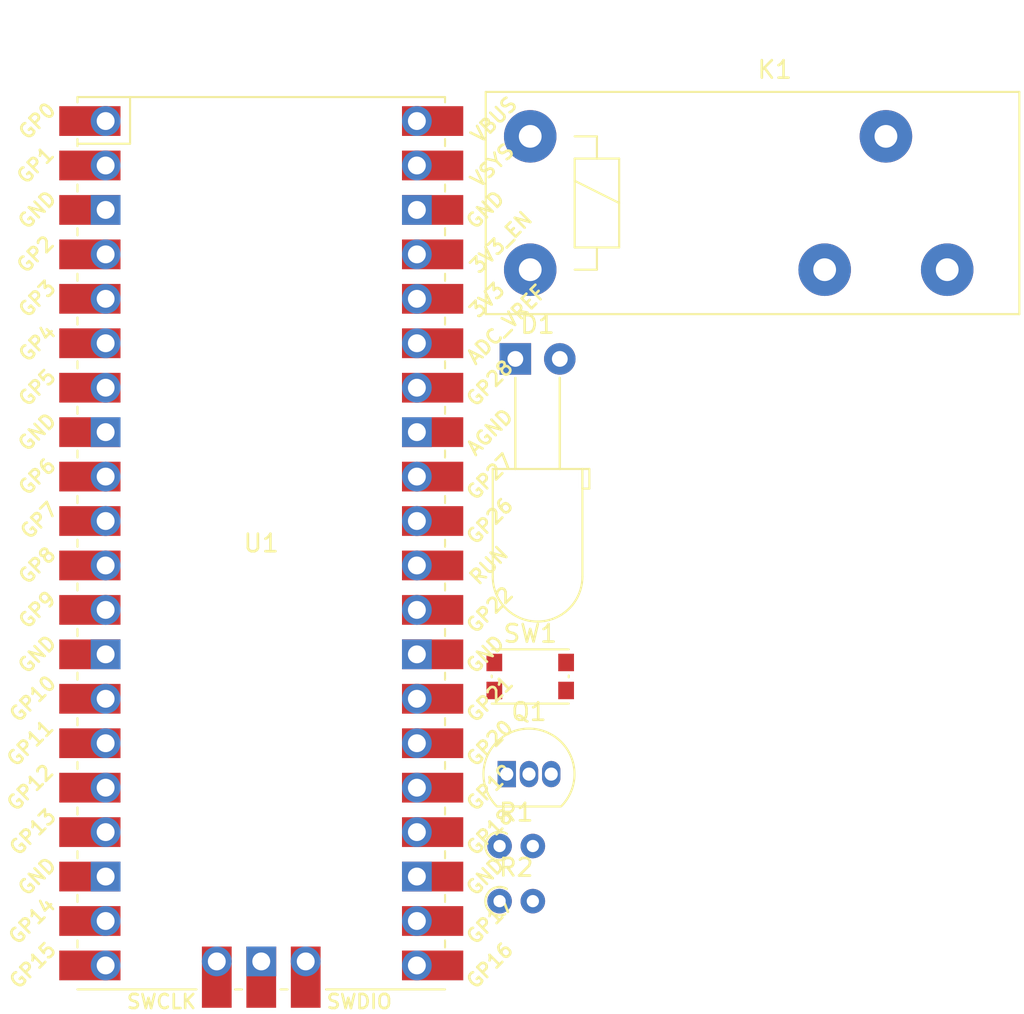
<source format=kicad_pcb>
(kicad_pcb (version 20240108) (generator "pcbnew") (generator_version "8.0")
  (layers (0 "F.Cu" signal) (31 "B.Cu" signal) (34 "B.Paste" user) (35 "F.Paste" user) (36 "B.SilkS" user "B.Silkscreen") (37 "F.SilkS" user "F.Silkscreen") (38 "B.Mask" user) (39 "F.Mask" user) (44 "Edge.Cuts" user))
  (net 0 "")
  (net 1 "GND")
  (net 2 "Net-(D1-A)")
  (net 3 "LED")
  (net 4 "TRANSISTOR")
  (net 5 "3V")
  (net 6 "Net-(Q1-B)")
  (net 7 "GPIO20")
  (net 8 "GPIO21")
  (footprint "MCU_RaspberryPi_and_Boards:RPi_Pico_SMD_TH" (layer "F.Cu") (at 120.985 81.045)
    (property "Reference" "U1" (at 0 0 0) (layer "F.SilkS"))
    (property "Value" "Pico")
    (fp_line (start -10.5 -25.5) (end -10.5 -25.2) (stroke (width 0.12)) (layer "F.SilkS"))
    (fp_line (start -10.5 -25.5) (end 10.5 -25.5) (stroke (width 0.12)) (layer "F.SilkS"))
    (fp_line (start -10.5 -23.1) (end -10.5 -22.7) (stroke (width 0.12)) (layer "F.SilkS"))
    (fp_line (start -10.5 -22.833) (end -7.493 -22.833) (stroke (width 0.12)) (layer "F.SilkS"))
    (fp_line (start -10.5 -20.5) (end -10.5 -20.1) (stroke (width 0.12)) (layer "F.SilkS"))
    (fp_line (start -10.5 -18) (end -10.5 -17.6) (stroke (width 0.12)) (layer "F.SilkS"))
    (fp_line (start -10.5 -15.4) (end -10.5 -15) (stroke (width 0.12)) (layer "F.SilkS"))
    (fp_line (start -10.5 -12.9) (end -10.5 -12.5) (stroke (width 0.12)) (layer "F.SilkS"))
    (fp_line (start -10.5 -10.4) (end -10.5 -10) (stroke (width 0.12)) (layer "F.SilkS"))
    (fp_line (start -10.5 -7.8) (end -10.5 -7.4) (stroke (width 0.12)) (layer "F.SilkS"))
    (fp_line (start -10.5 -5.3) (end -10.5 -4.9) (stroke (width 0.12)) (layer "F.SilkS"))
    (fp_line (start -10.5 -2.7) (end -10.5 -2.3) (stroke (width 0.12)) (layer "F.SilkS"))
    (fp_line (start -10.5 -0.2) (end -10.5 0.2) (stroke (width 0.12)) (layer "F.SilkS"))
    (fp_line (start -10.5 2.3) (end -10.5 2.7) (stroke (width 0.12)) (layer "F.SilkS"))
    (fp_line (start -10.5 4.9) (end -10.5 5.3) (stroke (width 0.12)) (layer "F.SilkS"))
    (fp_line (start -10.5 7.4) (end -10.5 7.8) (stroke (width 0.12)) (layer "F.SilkS"))
    (fp_line (start -10.5 10) (end -10.5 10.4) (stroke (width 0.12)) (layer "F.SilkS"))
    (fp_line (start -10.5 12.5) (end -10.5 12.9) (stroke (width 0.12)) (layer "F.SilkS"))
    (fp_line (start -10.5 15.1) (end -10.5 15.5) (stroke (width 0.12)) (layer "F.SilkS"))
    (fp_line (start -10.5 17.6) (end -10.5 18) (stroke (width 0.12)) (layer "F.SilkS"))
    (fp_line (start -10.5 20.1) (end -10.5 20.5) (stroke (width 0.12)) (layer "F.SilkS"))
    (fp_line (start -10.5 22.7) (end -10.5 23.1) (stroke (width 0.12)) (layer "F.SilkS"))
    (fp_line (start -7.493 -22.833) (end -7.493 -25.5) (stroke (width 0.12)) (layer "F.SilkS"))
    (fp_line (start -3.7 25.5) (end -10.5 25.5) (stroke (width 0.12)) (layer "F.SilkS"))
    (fp_line (start -1.5 25.5) (end -1.1 25.5) (stroke (width 0.12)) (layer "F.SilkS"))
    (fp_line (start 1.1 25.5) (end 1.5 25.5) (stroke (width 0.12)) (layer "F.SilkS"))
    (fp_line (start 10.5 -25.5) (end 10.5 -25.2) (stroke (width 0.12)) (layer "F.SilkS"))
    (fp_line (start 10.5 -23.1) (end 10.5 -22.7) (stroke (width 0.12)) (layer "F.SilkS"))
    (fp_line (start 10.5 -20.5) (end 10.5 -20.1) (stroke (width 0.12)) (layer "F.SilkS"))
    (fp_line (start 10.5 -18) (end 10.5 -17.6) (stroke (width 0.12)) (layer "F.SilkS"))
    (fp_line (start 10.5 -15.4) (end 10.5 -15) (stroke (width 0.12)) (layer "F.SilkS"))
    (fp_line (start 10.5 -12.9) (end 10.5 -12.5) (stroke (width 0.12)) (layer "F.SilkS"))
    (fp_line (start 10.5 -10.4) (end 10.5 -10) (stroke (width 0.12)) (layer "F.SilkS"))
    (fp_line (start 10.5 -7.8) (end 10.5 -7.4) (stroke (width 0.12)) (layer "F.SilkS"))
    (fp_line (start 10.5 -5.3) (end 10.5 -4.9) (stroke (width 0.12)) (layer "F.SilkS"))
    (fp_line (start 10.5 -2.7) (end 10.5 -2.3) (stroke (width 0.12)) (layer "F.SilkS"))
    (fp_line (start 10.5 -0.2) (end 10.5 0.2) (stroke (width 0.12)) (layer "F.SilkS"))
    (fp_line (start 10.5 2.3) (end 10.5 2.7) (stroke (width 0.12)) (layer "F.SilkS"))
    (fp_line (start 10.5 4.9) (end 10.5 5.3) (stroke (width 0.12)) (layer "F.SilkS"))
    (fp_line (start 10.5 7.4) (end 10.5 7.8) (stroke (width 0.12)) (layer "F.SilkS"))
    (fp_line (start 10.5 10) (end 10.5 10.4) (stroke (width 0.12)) (layer "F.SilkS"))
    (fp_line (start 10.5 12.5) (end 10.5 12.9) (stroke (width 0.12)) (layer "F.SilkS"))
    (fp_line (start 10.5 15.1) (end 10.5 15.5) (stroke (width 0.12)) (layer "F.SilkS"))
    (fp_line (start 10.5 17.6) (end 10.5 18) (stroke (width 0.12)) (layer "F.SilkS"))
    (fp_line (start 10.5 20.1) (end 10.5 20.5) (stroke (width 0.12)) (layer "F.SilkS"))
    (fp_line (start 10.5 22.7) (end 10.5 23.1) (stroke (width 0.12)) (layer "F.SilkS"))
    (fp_line (start 10.5 25.5) (end 3.7 25.5) (stroke (width 0.12)) (layer "F.SilkS"))
    (fp_text user "GP9" (at -12.8 3.81 45) (layer "F.SilkS") (effects (font (size 0.8 0.8))))
    (fp_text user "GP21" (at 13.054 8.9 45) (layer "F.SilkS") (effects (font (size 0.8 0.8))))
    (fp_text user "VBUS" (at 13.3 -24.2 45) (layer "F.SilkS") (effects (font (size 0.8 0.8))))
    (fp_text user "GP14" (at -13.1 21.59 45) (layer "F.SilkS") (effects (font (size 0.8 0.8))))
    (fp_text user "GP11" (at -13.2 11.43 45) (layer "F.SilkS") (effects (font (size 0.8 0.8))))
    (fp_text user "GP4" (at -12.8 -11.43 45) (layer "F.SilkS") (effects (font (size 0.8 0.8))))
    (fp_text user "GP5" (at -12.8 -8.89 45) (layer "F.SilkS") (effects (font (size 0.8 0.8))))
    (fp_text user "RUN" (at 13 1.27 45) (layer "F.SilkS") (effects (font (size 0.8 0.8))))
    (fp_text user "VSYS" (at 13.2 -21.59 45) (layer "F.SilkS") (effects (font (size 0.8 0.8))))
    (fp_text user "GP10" (at -13.054 8.89 45) (layer "F.SilkS") (effects (font (size 0.8 0.8))))
    (fp_text user "GP8" (at -12.8 1.27 45) (layer "F.SilkS") (effects (font (size 0.8 0.8))))
    (fp_text user "GP26" (at 13.054 -1.27 45) (layer "F.SilkS") (effects (font (size 0.8 0.8))))
    (fp_text user "GP15" (at -13.054 24.13 45) (layer "F.SilkS") (effects (font (size 0.8 0.8))))
    (fp_text user "GP2" (at -12.9 -16.51 45) (layer "F.SilkS") (effects (font (size 0.8 0.8))))
    (fp_text user "ADC_VREF" (at 14 -12.5 45) (layer "F.SilkS") (effects (font (size 0.8 0.8))))
    (fp_text user "GND" (at 12.8 -19.05 45) (layer "F.SilkS") (effects (font (size 0.8 0.8))))
    (fp_text user "3V3" (at 12.9 -13.9 45) (layer "F.SilkS") (effects (font (size 0.8 0.8))))
    (fp_text user "GP20" (at 13.054 11.43 45) (layer "F.SilkS") (effects (font (size 0.8 0.8))))
    (fp_text user "GND" (at -12.8 -6.35 45) (layer "F.SilkS") (effects (font (size 0.8 0.8))))
    (fp_text user "GP12" (at -13.2 13.97 45) (layer "F.SilkS") (effects (font (size 0.8 0.8))))
    (fp_text user "GP6" (at -12.8 -3.81 45) (layer "F.SilkS") (effects (font (size 0.8 0.8))))
    (fp_text user "GP17" (at 13.054 21.59 45) (layer "F.SilkS") (effects (font (size 0.8 0.8))))
    (fp_text user "GP3" (at -12.8 -13.97 45) (layer "F.SilkS") (effects (font (size 0.8 0.8))))
    (fp_text user "SWCLK" (at -5.7 26.2 0) (layer "F.SilkS") (effects (font (size 0.8 0.8))))
    (fp_text user "AGND" (at 13.054 -6.35 45) (layer "F.SilkS") (effects (font (size 0.8 0.8))))
    (fp_text user "GP22" (at 13.054 3.81 45) (layer "F.SilkS") (effects (font (size 0.8 0.8))))
    (fp_text user "3V3_EN" (at 13.7 -17.2 45) (layer "F.SilkS") (effects (font (size 0.8 0.8))))
    (fp_text user "GND" (at -12.8 -19.05 45) (layer "F.SilkS") (effects (font (size 0.8 0.8))))
    (fp_text user "GP0" (at -12.8 -24.13 45) (layer "F.SilkS") (effects (font (size 0.8 0.8))))
    (fp_text user "GP13" (at -13.054 16.51 45) (layer "F.SilkS") (effects (font (size 0.8 0.8))))
    (fp_text user "SWDIO" (at 5.6 26.2 0) (layer "F.SilkS") (effects (font (size 0.8 0.8))))
    (fp_text user "GP16" (at 13.054 24.13 45) (layer "F.SilkS") (effects (font (size 0.8 0.8))))
    (fp_text user "GP7" (at -12.7 -1.3 45) (layer "F.SilkS") (effects (font (size 0.8 0.8))))
    (fp_text user "GND" (at -12.8 6.35 45) (layer "F.SilkS") (effects (font (size 0.8 0.8))))
    (fp_text user "GP19" (at 13.054 13.97 45) (layer "F.SilkS") (effects (font (size 0.8 0.8))))
    (fp_text user "GND" (at -12.8 19.05 45) (layer "F.SilkS") (effects (font (size 0.8 0.8))))
    (fp_text user "GP18" (at 13.054 16.51 45) (layer "F.SilkS") (effects (font (size 0.8 0.8))))
    (fp_text user "GP27" (at 13.054 -3.8 45) (layer "F.SilkS") (effects (font (size 0.8 0.8))))
    (fp_text user "GP1" (at -12.9 -21.6 45) (layer "F.SilkS") (effects (font (size 0.8 0.8))))
    (fp_text user "GND" (at 12.8 19.05 45) (layer "F.SilkS") (effects (font (size 0.8 0.8))))
    (fp_text user "GND" (at 12.8 6.35 45) (layer "F.SilkS") (effects (font (size 0.8 0.8))))
    (fp_text user "GP28" (at 13.054 -9.144 45) (layer "F.SilkS") (effects (font (size 0.8 0.8))))
    (pad "" np_thru_hole oval (at -2.725 -24) (size 1.8 1.8) (drill 1.8) (layers "*.Cu" "*.Mask"))
    (pad "" np_thru_hole oval (at -2.425 -20.97) (size 1.5 1.5) (drill 1.5) (layers "*.Cu" "*.Mask"))
    (pad "" np_thru_hole oval (at 2.425 -20.97) (size 1.5 1.5) (drill 1.5) (layers "*.Cu" "*.Mask"))
    (pad "" np_thru_hole oval (at 2.725 -24) (size 1.8 1.8) (drill 1.8) (layers "*.Cu" "*.Mask"))
    (pad "1" thru_hole oval (at -8.89 -24.13) (size 1.7 1.7) (drill 1.02) (layers "*.Cu" "*.Mask"))
    (pad "1" smd rect (at -8.89 -24.13) (size 3.5 1.7) (drill (offset -0.9 0)) (layers "F.Cu" "F.Mask"))
    (pad "2" thru_hole oval (at -8.89 -21.59) (size 1.7 1.7) (drill 1.02) (layers "*.Cu" "*.Mask"))
    (pad "2" smd rect (at -8.89 -21.59) (size 3.5 1.7) (drill (offset -0.9 0)) (layers "F.Cu" "F.Mask"))
    (pad "3" thru_hole rect (at -8.89 -19.05) (size 1.7 1.7) (drill 1.02) (layers "*.Cu" "*.Mask"))
    (pad "3" smd rect (at -8.89 -19.05) (size 3.5 1.7) (drill (offset -0.9 0)) (layers "F.Cu" "F.Mask"))
    (pad "4" thru_hole oval (at -8.89 -16.51) (size 1.7 1.7) (drill 1.02) (layers "*.Cu" "*.Mask"))
    (pad "4" smd rect (at -8.89 -16.51) (size 3.5 1.7) (drill (offset -0.9 0)) (layers "F.Cu" "F.Mask"))
    (pad "5" thru_hole oval (at -8.89 -13.97) (size 1.7 1.7) (drill 1.02) (layers "*.Cu" "*.Mask"))
    (pad "5" smd rect (at -8.89 -13.97) (size 3.5 1.7) (drill (offset -0.9 0)) (layers "F.Cu" "F.Mask"))
    (pad "6" thru_hole oval (at -8.89 -11.43) (size 1.7 1.7) (drill 1.02) (layers "*.Cu" "*.Mask"))
    (pad "6" smd rect (at -8.89 -11.43) (size 3.5 1.7) (drill (offset -0.9 0)) (layers "F.Cu" "F.Mask"))
    (pad "7" thru_hole oval (at -8.89 -8.89) (size 1.7 1.7) (drill 1.02) (layers "*.Cu" "*.Mask"))
    (pad "7" smd rect (at -8.89 -8.89) (size 3.5 1.7) (drill (offset -0.9 0)) (layers "F.Cu" "F.Mask"))
    (pad "8" thru_hole rect (at -8.89 -6.35) (size 1.7 1.7) (drill 1.02) (layers "*.Cu" "*.Mask"))
    (pad "8" smd rect (at -8.89 -6.35) (size 3.5 1.7) (drill (offset -0.9 0)) (layers "F.Cu" "F.Mask"))
    (pad "9" thru_hole oval (at -8.89 -3.81) (size 1.7 1.7) (drill 1.02) (layers "*.Cu" "*.Mask"))
    (pad "9" smd rect (at -8.89 -3.81) (size 3.5 1.7) (drill (offset -0.9 0)) (layers "F.Cu" "F.Mask"))
    (pad "10" thru_hole oval (at -8.89 -1.27) (size 1.7 1.7) (drill 1.02) (layers "*.Cu" "*.Mask"))
    (pad "10" smd rect (at -8.89 -1.27) (size 3.5 1.7) (drill (offset -0.9 0)) (layers "F.Cu" "F.Mask"))
    (pad "11" thru_hole oval (at -8.89 1.27) (size 1.7 1.7) (drill 1.02) (layers "*.Cu" "*.Mask"))
    (pad "11" smd rect (at -8.89 1.27) (size 3.5 1.7) (drill (offset -0.9 0)) (layers "F.Cu" "F.Mask"))
    (pad "12" thru_hole oval (at -8.89 3.81) (size 1.7 1.7) (drill 1.02) (layers "*.Cu" "*.Mask"))
    (pad "12" smd rect (at -8.89 3.81) (size 3.5 1.7) (drill (offset -0.9 0)) (layers "F.Cu" "F.Mask"))
    (pad "13" thru_hole rect (at -8.89 6.35) (size 1.7 1.7) (drill 1.02) (layers "*.Cu" "*.Mask"))
    (pad "13" smd rect (at -8.89 6.35) (size 3.5 1.7) (drill (offset -0.9 0)) (layers "F.Cu" "F.Mask"))
    (pad "14" thru_hole oval (at -8.89 8.89) (size 1.7 1.7) (drill 1.02) (layers "*.Cu" "*.Mask"))
    (pad "14" smd rect (at -8.89 8.89) (size 3.5 1.7) (drill (offset -0.9 0)) (layers "F.Cu" "F.Mask"))
    (pad "15" thru_hole oval (at -8.89 11.43) (size 1.7 1.7) (drill 1.02) (layers "*.Cu" "*.Mask"))
    (pad "15" smd rect (at -8.89 11.43) (size 3.5 1.7) (drill (offset -0.9 0)) (layers "F.Cu" "F.Mask"))
    (pad "16" thru_hole oval (at -8.89 13.97) (size 1.7 1.7) (drill 1.02) (layers "*.Cu" "*.Mask"))
    (pad "16" smd rect (at -8.89 13.97) (size 3.5 1.7) (drill (offset -0.9 0)) (layers "F.Cu" "F.Mask"))
    (pad "17" thru_hole oval (at -8.89 16.51) (size 1.7 1.7) (drill 1.02) (layers "*.Cu" "*.Mask"))
    (pad "17" smd rect (at -8.89 16.51) (size 3.5 1.7) (drill (offset -0.9 0)) (layers "F.Cu" "F.Mask"))
    (pad "18" thru_hole rect (at -8.89 19.05) (size 1.7 1.7) (drill 1.02) (layers "*.Cu" "*.Mask"))
    (pad "18" smd rect (at -8.89 19.05) (size 3.5 1.7) (drill (offset -0.9 0)) (layers "F.Cu" "F.Mask"))
    (pad "19" thru_hole oval (at -8.89 21.59) (size 1.7 1.7) (drill 1.02) (layers "*.Cu" "*.Mask"))
    (pad "19" smd rect (at -8.89 21.59) (size 3.5 1.7) (drill (offset -0.9 0)) (layers "F.Cu" "F.Mask"))
    (pad "20" thru_hole oval (at -8.89 24.13) (size 1.7 1.7) (drill 1.02) (layers "*.Cu" "*.Mask"))
    (pad "20" smd rect (at -8.89 24.13) (size 3.5 1.7) (drill (offset -0.9 0)) (layers "F.Cu" "F.Mask"))
    (pad "21" thru_hole oval (at 8.89 24.13) (size 1.7 1.7) (drill 1.02) (layers "*.Cu" "*.Mask"))
    (pad "21" smd rect (at 8.89 24.13) (size 3.5 1.7) (drill (offset 0.9 0)) (layers "F.Cu" "F.Mask"))
    (pad "22" thru_hole oval (at 8.89 21.59) (size 1.7 1.7) (drill 1.02) (layers "*.Cu" "*.Mask"))
    (pad "22" smd rect (at 8.89 21.59) (size 3.5 1.7) (drill (offset 0.9 0)) (layers "F.Cu" "F.Mask"))
    (pad "23" thru_hole rect (at 8.89 19.05) (size 1.7 1.7) (drill 1.02) (layers "*.Cu" "*.Mask"))
    (pad "23" smd rect (at 8.89 19.05) (size 3.5 1.7) (drill (offset 0.9 0)) (layers "F.Cu" "F.Mask"))
    (pad "24" thru_hole oval (at 8.89 16.51) (size 1.7 1.7) (drill 1.02) (layers "*.Cu" "*.Mask"))
    (pad "24" smd rect (at 8.89 16.51) (size 3.5 1.7) (drill (offset 0.9 0)) (layers "F.Cu" "F.Mask"))
    (pad "25" thru_hole oval (at 8.89 13.97) (size 1.7 1.7) (drill 1.02) (layers "*.Cu" "*.Mask"))
    (pad "25" smd rect (at 8.89 13.97) (size 3.5 1.7) (drill (offset 0.9 0)) (layers "F.Cu" "F.Mask"))
    (pad "26" thru_hole oval (at 8.89 11.43) (size 1.7 1.7) (drill 1.02) (layers "*.Cu" "*.Mask") (net 7 "GPIO20"))
    (pad "26" smd rect (at 8.89 11.43) (size 3.5 1.7) (drill (offset 0.9 0)) (layers "F.Cu" "F.Mask") (net 7 "GPIO20"))
    (pad "27" thru_hole oval (at 8.89 8.89) (size 1.7 1.7) (drill 1.02) (layers "*.Cu" "*.Mask") (net 8 "GPIO21"))
    (pad "27" smd rect (at 8.89 8.89) (size 3.5 1.7) (drill (offset 0.9 0)) (layers "F.Cu" "F.Mask") (net 8 "GPIO21"))
    (pad "28" thru_hole rect (at 8.89 6.35) (size 1.7 1.7) (drill 1.02) (layers "*.Cu" "*.Mask"))
    (pad "28" smd rect (at 8.89 6.35) (size 3.5 1.7) (drill (offset 0.9 0)) (layers "F.Cu" "F.Mask"))
    (pad "29" thru_hole oval (at 8.89 3.81) (size 1.7 1.7) (drill 1.02) (layers "*.Cu" "*.Mask"))
    (pad "29" smd rect (at 8.89 3.81) (size 3.5 1.7) (drill (offset 0.9 0)) (layers "F.Cu" "F.Mask"))
    (pad "30" thru_hole oval (at 8.89 1.27) (size 1.7 1.7) (drill 1.02) (layers "*.Cu" "*.Mask"))
    (pad "30" smd rect (at 8.89 1.27) (size 3.5 1.7) (drill (offset 0.9 0)) (layers "F.Cu" "F.Mask"))
    (pad "31" thru_hole oval (at 8.89 -1.27) (size 1.7 1.7) (drill 1.02) (layers "*.Cu" "*.Mask"))
    (pad "31" smd rect (at 8.89 -1.27) (size 3.5 1.7) (drill (offset 0.9 0)) (layers "F.Cu" "F.Mask"))
    (pad "32" thru_hole oval (at 8.89 -3.81) (size 1.7 1.7) (drill 1.02) (layers "*.Cu" "*.Mask"))
    (pad "32" smd rect (at 8.89 -3.81) (size 3.5 1.7) (drill (offset 0.9 0)) (layers "F.Cu" "F.Mask"))
    (pad "33" thru_hole rect (at 8.89 -6.35) (size 1.7 1.7) (drill 1.02) (layers "*.Cu" "*.Mask"))
    (pad "33" smd rect (at 8.89 -6.35) (size 3.5 1.7) (drill (offset 0.9 0)) (layers "F.Cu" "F.Mask"))
    (pad "34" thru_hole oval (at 8.89 -8.89) (size 1.7 1.7) (drill 1.02) (layers "*.Cu" "*.Mask"))
    (pad "34" smd rect (at 8.89 -8.89) (size 3.5 1.7) (drill (offset 0.9 0)) (layers "F.Cu" "F.Mask"))
    (pad "35" thru_hole oval (at 8.89 -11.43) (size 1.7 1.7) (drill 1.02) (layers "*.Cu" "*.Mask"))
    (pad "35" smd rect (at 8.89 -11.43) (size 3.5 1.7) (drill (offset 0.9 0)) (layers "F.Cu" "F.Mask"))
    (pad "36" thru_hole oval (at 8.89 -13.97) (size 1.7 1.7) (drill 1.02) (layers "*.Cu" "*.Mask"))
    (pad "36" smd rect (at 8.89 -13.97) (size 3.5 1.7) (drill (offset 0.9 0)) (layers "F.Cu" "F.Mask"))
    (pad "37" thru_hole oval (at 8.89 -16.51) (size 1.7 1.7) (drill 1.02) (layers "*.Cu" "*.Mask"))
    (pad "37" smd rect (at 8.89 -16.51) (size 3.5 1.7) (drill (offset 0.9 0)) (layers "F.Cu" "F.Mask"))
    (pad "38" thru_hole rect (at 8.89 -19.05) (size 1.7 1.7) (drill 1.02) (layers "*.Cu" "*.Mask"))
    (pad "38" smd rect (at 8.89 -19.05) (size 3.5 1.7) (drill (offset 0.9 0)) (layers "F.Cu" "F.Mask"))
    (pad "39" thru_hole oval (at 8.89 -21.59) (size 1.7 1.7) (drill 1.02) (layers "*.Cu" "*.Mask"))
    (pad "39" smd rect (at 8.89 -21.59) (size 3.5 1.7) (drill (offset 0.9 0)) (layers "F.Cu" "F.Mask"))
    (pad "40" thru_hole oval (at 8.89 -24.13) (size 1.7 1.7) (drill 1.02) (layers "*.Cu" "*.Mask"))
    (pad "40" smd rect (at 8.89 -24.13) (size 3.5 1.7) (drill (offset 0.9 0)) (layers "F.Cu" "F.Mask"))
    (pad "41" thru_hole oval (at -2.54 23.9) (size 1.7 1.7) (drill 1.02) (layers "*.Cu" "*.Mask"))
    (pad "41" smd rect (at -2.54 23.9 90) (size 3.5 1.7) (drill (offset -0.9 0)) (layers "F.Cu" "F.Mask"))
    (pad "42" thru_hole rect (at 0 23.9) (size 1.7 1.7) (drill 1.02) (layers "*.Cu" "*.Mask"))
    (pad "42" smd rect (at 0 23.9 90) (size 3.5 1.7) (drill (offset -0.9 0)) (layers "F.Cu" "F.Mask"))
    (pad "43" thru_hole oval (at 2.54 23.9) (size 1.7 1.7) (drill 1.02) (layers "*.Cu" "*.Mask"))
    (pad "43" smd rect (at 2.54 23.9 90) (size 3.5 1.7) (drill (offset -0.9 0)) (layers "F.Cu" "F.Mask"))
  )
  (footprint "Resistor_THT:R_Axial_DIN0204_L3.6mm_D1.6mm_P1.90mm_Vertical" (layer "F.Cu") (at 134.6 98.35)
    (property "Reference" "R1" (at 0.95 -1.92 0) (layer "F.SilkS"))
    (property "Value" "R")
    (fp_arc (start 0.320095 0.749359) (mid -0.813042 -0.054435) (end 0.417133 -0.7) (stroke (width 0.12)) (layer "F.SilkS"))
    (pad "1" thru_hole circle (at 0 0) (size 1.4 1.4) (drill 0.7) (layers "*.Cu" "*.Mask") (net 2 "Net-(D1-A)"))
    (pad "2" thru_hole oval (at 1.9 0) (size 1.4 1.4) (drill 0.7) (layers "*.Cu" "*.Mask") (net 3 "LED"))
  )
  (footprint "Resistor_THT:R_Axial_DIN0204_L3.6mm_D1.6mm_P1.90mm_Vertical" (layer "F.Cu") (at 134.6 101.5)
    (property "Reference" "R2" (at 0.95 -1.92 0) (layer "F.SilkS"))
    (property "Value" "R")
    (fp_arc (start 0.320095 0.749359) (mid -0.813042 -0.054435) (end 0.417133 -0.7) (stroke (width 0.12)) (layer "F.SilkS"))
    (pad "1" thru_hole circle (at 0 0) (size 1.4 1.4) (drill 0.7) (layers "*.Cu" "*.Mask") (net 7 "GPIO20"))
    (pad "2" thru_hole oval (at 1.9 0) (size 1.4 1.4) (drill 0.7) (layers "*.Cu" "*.Mask") (net 6 "Net-(Q1-B)"))
  )
  (footprint "LED_THT:LED_D5.0mm_Horizontal_O6.35mm_Z15.0mm" (layer "F.Cu") (at 135.5 70.51)
    (property "Reference" "D1" (at 1.27 -1.96 0) (layer "F.SilkS"))
    (property "Value" "LED")
    (fp_line (start -1.29 6.29) (end -1.29 12.45) (stroke (width 0.12)) (layer "F.SilkS"))
    (fp_line (start -1.29 6.29) (end 3.83 6.29) (stroke (width 0.12)) (layer "F.SilkS"))
    (fp_line (start 0 1.08) (end 0 1.08) (stroke (width 0.12)) (layer "F.SilkS"))
    (fp_line (start 0 1.08) (end 0 6.29) (stroke (width 0.12)) (layer "F.SilkS"))
    (fp_line (start 0 6.29) (end 0 1.08) (stroke (width 0.12)) (layer "F.SilkS"))
    (fp_line (start 0 6.29) (end 0 6.29) (stroke (width 0.12)) (layer "F.SilkS"))
    (fp_line (start 2.54 1.08) (end 2.54 1.08) (stroke (width 0.12)) (layer "F.SilkS"))
    (fp_line (start 2.54 1.08) (end 2.54 6.29) (stroke (width 0.12)) (layer "F.SilkS"))
    (fp_line (start 2.54 6.29) (end 2.54 1.08) (stroke (width 0.12)) (layer "F.SilkS"))
    (fp_line (start 2.54 6.29) (end 2.54 6.29) (stroke (width 0.12)) (layer "F.SilkS"))
    (fp_line (start 3.83 6.29) (end 3.83 12.45) (stroke (width 0.12)) (layer "F.SilkS"))
    (fp_line (start 3.83 6.29) (end 4.23 6.29) (stroke (width 0.12)) (layer "F.SilkS"))
    (fp_line (start 3.83 7.41) (end 3.83 6.29) (stroke (width 0.12)) (layer "F.SilkS"))
    (fp_line (start 4.23 6.29) (end 4.23 7.41) (stroke (width 0.12)) (layer "F.SilkS"))
    (fp_line (start 4.23 7.41) (end 3.83 7.41) (stroke (width 0.12)) (layer "F.SilkS"))
    (fp_arc (start 3.83 12.45) (mid 1.27 15.01) (end -1.29 12.45) (stroke (width 0.12)) (layer "F.SilkS"))
    (pad "1" thru_hole rect (at 0 0) (size 1.8 1.8) (drill 0.9) (layers "*.Cu" "*.Mask") (net 1 "GND"))
    (pad "2" thru_hole circle (at 2.54 0) (size 1.8 1.8) (drill 0.9) (layers "*.Cu" "*.Mask") (net 2 "Net-(D1-A)"))
  )
  (footprint "Button_Switch_SMD:SW_Push_1P1T_NO_CK_KMR2" (layer "F.Cu") (at 136.35 88.66)
    (property "Reference" "SW1" (at 0 -2.45 0) (layer "F.SilkS"))
    (property "Value" "SW_Push")
    (fp_line (start -2.2 0.05) (end -2.2 -0.05) (stroke (width 0.12)) (layer "F.SilkS"))
    (fp_line (start -2.2 1.55) (end 2.2 1.55) (stroke (width 0.12)) (layer "F.SilkS"))
    (fp_line (start 2.2 -1.55) (end -2.2 -1.55) (stroke (width 0.12)) (layer "F.SilkS"))
    (fp_line (start 2.2 0.05) (end 2.2 -0.05) (stroke (width 0.12)) (layer "F.SilkS"))
    (pad "1" smd rect (at -2.05 -0.8) (size 0.9 1) (layers "F.Cu" "F.Paste" "F.Mask") (net 8 "GPIO21"))
    (pad "1" smd rect (at 2.05 -0.8) (size 0.9 1) (layers "F.Cu" "F.Paste" "F.Mask") (net 8 "GPIO21"))
    (pad "2" smd rect (at -2.05 0.8) (size 0.9 1) (layers "F.Cu" "F.Paste" "F.Mask") (net 1 "GND"))
    (pad "2" smd rect (at 2.05 0.8) (size 0.9 1) (layers "F.Cu" "F.Paste" "F.Mask") (net 1 "GND"))
  )
  (footprint "Relay_THT:Relay_SPDT_Schrack-RP-II-1-FormC_RM3.5mm" (layer "F.Cu") (at 136.35 57.79)
    (property "Reference" "K1" (at 13.97 -3.81 0) (layer "F.SilkS"))
    (property "Value" "Relay_SPST-NO")
    (fp_line (start -2.54 -2.54) (end 27.94 -2.54) (stroke (width 0.12)) (layer "F.SilkS"))
    (fp_line (start -2.54 10.16) (end -2.54 -2.54) (stroke (width 0.12)) (layer "F.SilkS"))
    (fp_line (start 2.54 0) (end 3.81 0) (stroke (width 0.12)) (layer "F.SilkS"))
    (fp_line (start 2.54 1.27) (end 3.81 1.27) (stroke (width 0.12)) (layer "F.SilkS"))
    (fp_line (start 2.54 2.54) (end 5.08 3.81) (stroke (width 0.12)) (layer "F.SilkS"))
    (fp_line (start 2.54 6.35) (end 2.54 1.27) (stroke (width 0.12)) (layer "F.SilkS"))
    (fp_line (start 3.81 0) (end 3.81 1.27) (stroke (width 0.12)) (layer "F.SilkS"))
    (fp_line (start 3.81 1.27) (end 5.08 1.27) (stroke (width 0.12)) (layer "F.SilkS"))
    (fp_line (start 3.81 6.35) (end 3.81 7.62) (stroke (width 0.12)) (layer "F.SilkS"))
    (fp_line (start 3.81 7.62) (end 2.54 7.62) (stroke (width 0.12)) (layer "F.SilkS"))
    (fp_line (start 5.08 1.27) (end 5.08 6.35) (stroke (width 0.12)) (layer "F.SilkS"))
    (fp_line (start 5.08 6.35) (end 2.54 6.35) (stroke (width 0.12)) (layer "F.SilkS"))
    (fp_line (start 27.94 -2.54) (end 27.94 10.16) (stroke (width 0.12)) (layer "F.SilkS"))
    (fp_line (start 27.94 10.16) (end -2.54 10.16) (stroke (width 0.12)) (layer "F.SilkS"))
    (pad "11" thru_hole circle (at 20.32 0) (size 3 3) (drill 1.3) (layers "*.Cu" "*.Mask"))
    (pad "12" thru_hole circle (at 16.82 7.62) (size 3 3) (drill 1.3) (layers "*.Cu" "*.Mask"))
    (pad "14" thru_hole circle (at 23.82 7.62) (size 3 3) (drill 1.3) (layers "*.Cu" "*.Mask") (net 3 "LED"))
    (pad "A1" thru_hole circle (at 0 0) (size 3 3) (drill 1.3) (layers "*.Cu" "*.Mask") (net 4 "TRANSISTOR"))
    (pad "A2" thru_hole circle (at 0 7.62) (size 3 3) (drill 1.3) (layers "*.Cu" "*.Mask") (net 5 "3V"))
  )
  (footprint "Package_TO_SOT_THT:TO-92_Inline" (layer "F.Cu") (at 135.01 94.24)
    (property "Reference" "Q1" (at 1.27 -3.56 0) (layer "F.SilkS"))
    (property "Value" "BC548")
    (fp_line (start -0.53 1.85) (end 3.07 1.85) (stroke (width 0.12)) (layer "F.SilkS"))
    (fp_arc (start -0.568478 1.838478) (mid -1.132087 -0.994977) (end 1.27 -2.6) (stroke (width 0.12)) (layer "F.SilkS"))
    (fp_arc (start 1.27 -2.6) (mid 3.672087 -0.994977) (end 3.108478 1.838478) (stroke (width 0.12)) (layer "F.SilkS"))
    (pad "1" thru_hole rect (at 0 0) (size 1.05 1.5) (drill 0.75) (layers "*.Cu" "*.Mask") (net 4 "TRANSISTOR"))
    (pad "2" thru_hole oval (at 1.27 0) (size 1.05 1.5) (drill 0.75) (layers "*.Cu" "*.Mask") (net 6 "Net-(Q1-B)"))
    (pad "3" thru_hole oval (at 2.54 0) (size 1.05 1.5) (drill 0.75) (layers "*.Cu" "*.Mask") (net 1 "GND"))
  )
)
</source>
